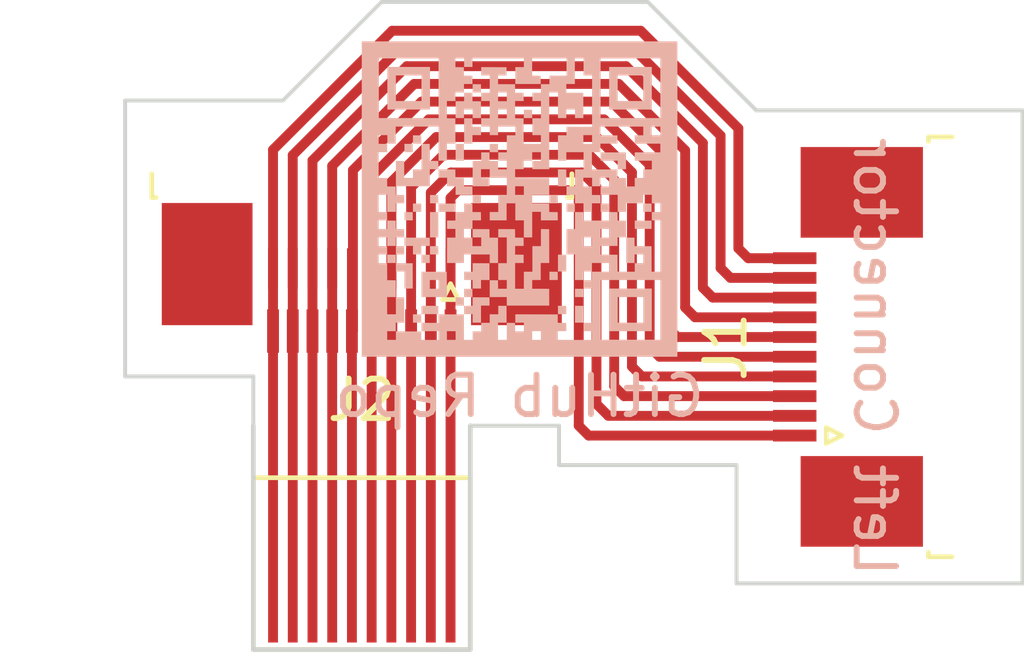
<source format=kicad_pcb>
(kicad_pcb (version 20211014) (generator pcbnew)
  (layers (0 "F.Cu" signal) (31 "B.Cu" signal) (34 "B.Paste" user) (35 "F.Paste" user) (36 "B.SilkS" user "B.Silkscreen") (37 "F.SilkS" user "F.Silkscreen") (38 "B.Mask" user) (39 "F.Mask" user) (44 "Edge.Cuts" user))
  (net 0 "")
  (net 1 "/C1P1")
  (net 2 "/C1P2")
  (net 3 "/C1P3")
  (net 4 "/C1P4")
  (net 5 "/C1P5")
  (net 6 "/C1P6")
  (net 7 "/C1P7")
  (net 8 "/C1P8")
  (net 9 "/C1P9")
  (net 10 "/C1P10")
  (footprint "Connector_FFC-FPC:TE_1-1734839-0_1x10-1MP_P0.5mm_Horizontal" (layer "F.Cu") (at 109 81 180)
    (fp_text reference "J2" (at 0 -3.1) (layer "F.SilkS"))
    (fp_text value "Conn_01x10")
    (fp_line (start -2.05 -0.55) (end -2.45 -0.55) (layer "F.SilkS") (width 0.12))
    (fp_line (start -5.325 2.04) (end -5.325 2.64) (layer "F.SilkS") (width 0.12))
    (fp_line (start 5.215 2.04) (end 5.325 2.04) (layer "F.SilkS") (width 0.12))
    (fp_line (start -2.25 -0.15) (end -2.05 -0.55) (layer "F.SilkS") (width 0.12))
    (fp_line (start 5.325 2.04) (end 5.325 2.64) (layer "F.SilkS") (width 0.12))
    (fp_line (start -2.45 -0.55) (end -2.25 -0.15) (layer "F.SilkS") (width 0.12))
    (fp_line (start -5.215 2.04) (end -5.325 2.04) (layer "F.SilkS") (width 0.12))
    (pad "1" smd rect (at -2.25 -1.35 180) (size 0.3 1.1) (layers "F.Cu" "F.Paste" "F.Mask") (net 1 "/C1P1"))
    (pad "2" smd rect (at -1.75 -1.35 180) (size 0.3 1.1) (layers "F.Cu" "F.Paste" "F.Mask") (net 2 "/C1P2"))
    (pad "3" smd rect (at -1.25 -1.35 180) (size 0.3 1.1) (layers "F.Cu" "F.Paste" "F.Mask") (net 3 "/C1P3"))
    (pad "4" smd rect (at -0.75 -1.35 180) (size 0.3 1.1) (layers "F.Cu" "F.Paste" "F.Mask") (net 4 "/C1P4"))
    (pad "5" smd rect (at -0.25 -1.35 180) (size 0.3 1.1) (layers "F.Cu" "F.Paste" "F.Mask") (net 5 "/C1P5"))
    (pad "6" smd rect (at 0.25 -1.35 180) (size 0.3 1.1) (layers "F.Cu" "F.Paste" "F.Mask") (net 6 "/C1P6"))
    (pad "7" smd rect (at 0.75 -1.35 180) (size 0.3 1.1) (layers "F.Cu" "F.Paste" "F.Mask") (net 7 "/C1P7"))
    (pad "8" smd rect (at 1.25 -1.35 180) (size 0.3 1.1) (layers "F.Cu" "F.Paste" "F.Mask") (net 8 "/C1P8"))
    (pad "9" smd rect (at 1.75 -1.35 180) (size 0.3 1.1) (layers "F.Cu" "F.Paste" "F.Mask") (net 9 "/C1P9"))
    (pad "10" smd rect (at 2.25 -1.35 180) (size 0.3 1.1) (layers "F.Cu" "F.Paste" "F.Mask") (net 10 "/C1P10"))
    (pad "MP" smd rect (at -3.92 0.35 180) (size 2.3 3.1) (layers "F.Cu" "F.Paste" "F.Mask"))
    (pad "MP" smd rect (at 3.92 0.35 180) (size 2.3 3.1) (layers "F.Cu" "F.Paste" "F.Mask"))
  )
  (footprint "Connector_FFC-FPC:TE_1-1734839-0_1x10-1MP_P0.5mm_Horizontal" (layer "F.Cu") (at 121.325 82.75 90)
    (fp_text reference "J1" (at 0 -3.1 90) (layer "F.SilkS"))
    (fp_text value "Conn_01x10")
    (fp_line (start 5.325 2.04) (end 5.325 2.64) (layer "F.SilkS") (width 0.12))
    (fp_line (start -2.25 -0.15) (end -2.05 -0.55) (layer "F.SilkS") (width 0.12))
    (fp_line (start -2.05 -0.55) (end -2.45 -0.55) (layer "F.SilkS") (width 0.12))
    (fp_line (start -5.325 2.04) (end -5.325 2.64) (layer "F.SilkS") (width 0.12))
    (fp_line (start -2.45 -0.55) (end -2.25 -0.15) (layer "F.SilkS") (width 0.12))
    (fp_line (start 5.215 2.04) (end 5.325 2.04) (layer "F.SilkS") (width 0.12))
    (fp_line (start -5.215 2.04) (end -5.325 2.04) (layer "F.SilkS") (width 0.12))
    (pad "1" smd rect (at -2.25 -1.35 90) (size 0.3 1.1) (layers "F.Cu" "F.Paste" "F.Mask") (net 1 "/C1P1"))
    (pad "2" smd rect (at -1.75 -1.35 90) (size 0.3 1.1) (layers "F.Cu" "F.Paste" "F.Mask") (net 2 "/C1P2"))
    (pad "3" smd rect (at -1.25 -1.35 90) (size 0.3 1.1) (layers "F.Cu" "F.Paste" "F.Mask") (net 3 "/C1P3"))
    (pad "4" smd rect (at -0.75 -1.35 90) (size 0.3 1.1) (layers "F.Cu" "F.Paste" "F.Mask") (net 4 "/C1P4"))
    (pad "5" smd rect (at -0.25 -1.35 90) (size 0.3 1.1) (layers "F.Cu" "F.Paste" "F.Mask") (net 5 "/C1P5"))
    (pad "6" smd rect (at 0.25 -1.35 90) (size 0.3 1.1) (layers "F.Cu" "F.Paste" "F.Mask") (net 6 "/C1P6"))
    (pad "7" smd rect (at 0.75 -1.35 90) (size 0.3 1.1) (layers "F.Cu" "F.Paste" "F.Mask") (net 7 "/C1P7"))
    (pad "8" smd rect (at 1.25 -1.35 90) (size 0.3 1.1) (layers "F.Cu" "F.Paste" "F.Mask") (net 8 "/C1P8"))
    (pad "9" smd rect (at 1.75 -1.35 90) (size 0.3 1.1) (layers "F.Cu" "F.Paste" "F.Mask") (net 9 "/C1P9"))
    (pad "10" smd rect (at 2.25 -1.35 90) (size 0.3 1.1) (layers "F.Cu" "F.Paste" "F.Mask") (net 10 "/C1P10"))
    (pad "MP" smd rect (at 3.92 0.35 90) (size 2.3 3.1) (layers "F.Cu" "F.Paste" "F.Mask"))
    (pad "MP" smd rect (at -3.92 0.35 90) (size 2.3 3.1) (layers "F.Cu" "F.Paste" "F.Mask"))
  )
  (footprint "consolizer:flex_long_10" (layer "F.Cu") (at 108.75 86.25 180)
    (fp_text reference "C1" hide)
    (fp_text value "trill-flex-conector_10")
    (fp_line (start -3 0.18) (end -3 -4.18) (layer "F.SilkS") (width 0.12))
    (fp_line (start -3 0.18) (end 2.498986 0.180915) (layer "F.SilkS") (width 0.12))
    (fp_line (start -3 -4.18) (end 2.498986 -4.179085) (layer "F.SilkS") (width 0.12))
    (fp_line (start 2.498986 0.180915) (end 2.498986 -4.179085) (layer "F.SilkS") (width 0.12))
    (fp_line (start 2.5 1.5) (end 2.5 -4.179085) (layer "Edge.Cuts") (width 0.12))
    (fp_line (start -3 -4.18) (end 2.5 -4.179085) (layer "Edge.Cuts") (width 0.12))
    (fp_line (start -3 1.5) (end -3 -4.18) (layer "Edge.Cuts") (width 0.12))
    (pad "1" smd custom (at -2.5 5 180) (size 0.25 2) (layers "F.Cu") (net 1 "/C1P1") (options (clearance outline) (anchor rect)) (primitives (gr_poly (pts (xy 0.125 -1) (xy -0.125 -1) (xy -0.125 -9) (xy 0.125 -9)) (width 0) (fill yes))))
    (pad "2" smd custom (at -2 5 180) (size 0.25 2) (layers "F.Cu") (net 2 "/C1P2") (options (clearance outline) (anchor rect)) (primitives (gr_poly (pts (xy 0.125 -1) (xy -0.125 -1) (xy -0.125 -9) (xy 0.125 -9)) (width 0) (fill yes))))
    (pad "3" smd custom (at -1.5 5 180) (size 0.25 2) (layers "F.Cu") (net 3 "/C1P3") (options (clearance outline) (anchor rect)) (primitives (gr_poly (pts (xy 0.125 -1) (xy -0.125 -1) (xy -0.125 -9) (xy 0.125 -9)) (width 0) (fill yes))))
    (pad "4" smd custom (at -1 5 180) (size 0.25 2) (layers "F.Cu") (net 4 "/C1P4") (options (clearance outline) (anchor rect)) (primitives (gr_poly (pts (xy 0.125 -1) (xy -0.125 -1) (xy -0.125 -9) (xy 0.125 -9)) (width 0) (fill yes))))
    (pad "5" smd custom (at -0.5 5 180) (size 0.25 2) (layers "F.Cu") (net 5 "/C1P5") (options (clearance outline) (anchor rect)) (primitives (gr_poly (pts (xy 0.125 -1) (xy -0.125 -1) (xy -0.125 -9) (xy 0.125 -9)) (width 0) (fill yes))))
    (pad "6" smd custom (at 0 5 180) (size 0.25 2) (layers "F.Cu") (net 6 "/C1P6") (options (clearance outline) (anchor rect)) (primitives (gr_poly (pts (xy 0.125 -1) (xy -0.125 -1) (xy -0.125 -9) (xy 0.125 -9)) (width 0) (fill yes))))
    (pad "7" smd custom (at 0.5 5 180) (size 0.25 2) (layers "F.Cu") (net 7 "/C1P7") (options (clearance outline) (anchor rect)) (primitives (gr_poly (pts (xy 0.125 -1) (xy -0.125 -1) (xy -0.125 -9) (xy 0.125 -9)) (width 0) (fill yes))))
    (pad "8" smd custom (at 1 5 180) (size 0.25 2) (layers "F.Cu") (net 8 "/C1P8") (options (clearance outline) (anchor rect)) (primitives (gr_poly (pts (xy 0.125 -1) (xy -0.125 -1) (xy -0.125 -9) (xy 0.125 -9)) (width 0) (fill yes))))
    (pad "9" smd custom (at 1.5 5 180) (size 0.25 2) (layers "F.Cu") (net 9 "/C1P9") (options (clearance outline) (anchor rect)) (primitives (gr_poly (pts (xy 0.125 -1) (xy -0.125 -1) (xy -0.125 -9) (xy 0.125 -9)) (width 0) (fill yes))))
    (pad "10" smd custom (at 2 5 180) (size 0.25 2) (layers "F.Cu") (net 10 "/C1P10") (options (clearance outline) (anchor rect)) (primitives (gr_poly (pts (xy 0.125 -1) (xy -0.125 -1) (xy -0.125 -9) (xy 0.125 -9)) (width 0) (fill yes))))
  )
  (footprint "consolizer:QR" (layer "B.Cu") (at 113 79 180)
    (fp_text reference "G***" hide)
    (fp_text value "LOGO" hide)
    (fp_text user "GitHub Repo" (at 0 -5 unlocked) (layer "B.SilkS") (effects (justify mirror)))
    (fp_poly (pts (xy 0.756864 1.189358) (xy 0.544956 1.189358) (xy 0.546166 1.294102) (xy 0.547375 1.398847) (xy 0.65212 1.400056) (xy 0.756864 1.401266)) (layer "B.SilkS") (width 0) (fill solid))
    (fp_poly (pts (xy -0.973111 -1.838099) (xy -1.1848 -1.838099) (xy -1.1826 -1.412363) (xy -1.077856 -1.411153) (xy -0.973111 -1.409944)) (layer "B.SilkS") (width 0) (fill solid))
    (fp_poly (pts (xy -1.405605 -2.486839) (xy -1.617513 -2.486839) (xy -1.616303 -2.382095) (xy -1.615094 -2.27735) (xy -1.510349 -2.276141) (xy -1.405605 -2.274932)) (layer "B.SilkS") (width 0) (fill solid))
    (fp_poly (pts (xy 3.351827 -1.621852) (xy 3.139919 -1.621852) (xy 3.141128 -1.517107) (xy 3.142338 -1.412363) (xy 3.247082 -1.411153) (xy 3.351827 -1.409944)) (layer "B.SilkS") (width 0) (fill solid))
    (fp_poly (pts (xy 2.054346 0.540617) (xy 1.838099 0.540617) (xy 1.838099 0.32437) (xy 1.621852 0.32437) (xy 1.621852 0.108123) (xy 1.193697 0.108123) (xy 1.194906 0.212868) (xy 1.196116 0.317613) (xy 1.303032 0.31882) (xy 1.409947 0.320028) (xy 1.411155 0.426944) (xy 1.412363 0.533859) (xy 1.519278 0.535067) (xy 1.626194 0.536275) (xy 1.627402 0.643191) (xy 1.62861 0.750106) (xy 2.054346 0.752306)) (layer "B.SilkS") (width 0) (fill solid))
    (fp_poly (pts (xy -2.270592 -3.351827) (xy -3.351827 -3.351827) (xy -3.351827 -3.13558) (xy -3.13558 -3.13558) (xy -2.486839 -3.13558) (xy -2.486839 -2.486839) (xy -3.13558 -2.486839) (xy -3.13558 -3.13558) (xy -3.351827 -3.13558) (xy -3.351827 -2.270592) (xy -2.270592 -2.270592)) (layer "B.SilkS") (width 0) (fill solid))
    (fp_poly (pts (xy -3.13558 -0.32437) (xy -3.347488 -0.32437) (xy -3.346278 -0.219626) (xy -3.345069 -0.114881) (xy -3.240325 -0.113672) (xy -3.13558 -0.112463)) (layer "B.SilkS") (width 0) (fill solid))
    (fp_poly (pts (xy -2.054345 0.973111) (xy -2.486839 0.973111) (xy -2.486839 0.756864) (xy -2.698528 0.756864) (xy -2.696328 1.1826) (xy -2.375337 1.183663) (xy -2.054345 1.184726)) (layer "B.SilkS") (width 0) (fill solid))
    (fp_poly (pts (xy 1.405605 2.482334) (xy 1.621852 2.482334) (xy 1.621852 2.054345) (xy 1.41011 2.054345) (xy 1.41011 2.270592) (xy 1.189358 2.270592) (xy 1.189358 2.054345) (xy 0.977669 2.054345) (xy 0.978769 2.267213) (xy 0.979869 2.480082) (xy 1.086785 2.481289) (xy 1.1937 2.482497) (xy 1.194908 2.589413) (xy 1.196116 2.696328) (xy 1.30086 2.697538) (xy 1.405605 2.698747)) (layer "B.SilkS") (width 0) (fill solid))
    (fp_poly (pts (xy 1.405605 -0.328876) (xy 1.621852 -0.328876) (xy 1.621852 -0.545122) (xy 1.838099 -0.545122) (xy 1.838099 -0.756864) (xy 1.621852 -0.756864) (xy 1.621852 -0.977616) (xy 1.838099 -0.977616) (xy 1.838099 -1.621852) (xy 1.41011 -1.621852) (xy 1.41011 -1.405605) (xy 0.756864 -1.405605) (xy 0.756864 -1.621852) (xy 0.545249 -1.621852) (xy 0.546312 -1.30086) (xy 0.547375 -0.979869) (xy 0.654291 -0.978661) (xy 0.761207 -0.977454) (xy 0.762414 -0.870538) (xy 0.763622 -0.763622) (xy 1.189358 -0.761422) (xy 1.189358 -0.973111) (xy 0.973111 -0.973111) (xy 0.973111 -1.193863) (xy 1.1937 -1.193863) (xy 1.196116 -0.979869) (xy 1.41011 -0.977453) (xy 1.41011 -0.756864) (xy 1.193863 -0.756864) (xy 1.193863 -0.540617) (xy 0.97745 -0.540617) (xy 0.97866 -0.435873) (xy 0.979869 -0.331128) (xy 1.086785 -0.329921) (xy 1.1937 -0.328713) (xy 1.196116 -0.114881) (xy 1.30086 -0.113672) (xy 1.405605 -0.112463)) (layer "B.SilkS") (width 0) (fill solid))
    (fp_poly (pts (xy -2.919333 -0.756864) (xy -3.347488 -0.756864) (xy -3.346278 -0.65212) (xy -3.345069 -0.547375) (xy -2.919333 -0.545175)) (layer "B.SilkS") (width 0) (fill solid))
    (fp_poly (pts (xy 2.486839 -1.621852) (xy 2.274932 -1.621852) (xy 2.276141 -1.517107) (xy 2.27735 -1.412363) (xy 2.382095 -1.411153) (xy 2.486839 -1.409944)) (layer "B.SilkS") (width 0) (fill solid))
    (fp_poly (pts (xy 1.405605 1.405605) (xy 1.193863 1.405605) (xy 1.193863 1.621852) (xy 0.97745 1.621852) (xy 0.97866 1.726596) (xy 0.979869 1.831341) (xy 1.086785 1.832548) (xy 1.1937 1.833756) (xy 1.196116 2.047588) (xy 1.30086 2.048797) (xy 1.405605 2.050006)) (layer "B.SilkS") (width 0) (fill solid))
    (fp_poly (pts (xy 2.270592 -0.108124) (xy 2.058685 -0.108124) (xy 2.061103 0.101366) (xy 2.165848 0.102575) (xy 2.270592 0.103784)) (layer "B.SilkS") (width 0) (fill solid))
    (fp_poly (pts (xy 1.621852 -2.703086) (xy 1.409944 -2.703086) (xy 1.411153 -2.598342) (xy 1.412363 -2.493597) (xy 1.517107 -2.492388) (xy 1.621852 -2.491178)) (layer "B.SilkS") (width 0) (fill solid))
    (fp_poly (pts (xy -2.054345 -0.32437) (xy -2.266253 -0.32437) (xy -2.265044 -0.219626) (xy -2.263835 -0.114881) (xy -2.054345 -0.112463)) (layer "B.SilkS") (width 0) (fill solid))
    (fp_poly (pts (xy 4.000568 -4.000568) (xy -4.000567 -4.000568) (xy -4.000567 -3.568074) (xy -3.568074 -3.568074) (xy -2.054345 -3.568074) (xy -2.054345 -2.054346) (xy -3.568074 -2.054346) (xy -3.568074 -3.568074) (xy -4.000567 -3.568074) (xy -4.000567 -1.842604) (xy -3.568074 -1.842604) (xy -3.347322 -1.842604) (xy -3.347189 -1.735607) (xy -3.347138 -1.708113) (xy -3.347048 -1.673159) (xy -3.346923 -1.632295) (xy -3.34677 -1.587069) (xy -3.346593 -1.539033) (xy -3.346398 -1.489735) (xy -3.34619 -1.440725) (xy -3.346062 -1.412363) (xy -3.345069 -1.196116) (xy -3.236946 -1.195175) (xy -3.19763 -1.19487) (xy -3.153015 -1.194587) (xy -3.106653 -1.194343) (xy -3.062096 -1.194158) (xy -3.022896 -1.19405) (xy -3.021907 -1.194048) (xy -2.914991 -1.193863) (xy -2.912575 -0.979869) (xy -2.807831 -0.97866) (xy -2.703086 -0.97745) (xy -2.703086 -1.621852) (xy -2.914828 -1.621852) (xy -2.914828 -1.405605) (xy -3.13558 -1.405605) (xy -3.13558 -1.626357) (xy -2.919333 -1.626357) (xy -2.919333 -1.842604) (xy -2.810083 -1.842826) (xy -2.758262 -1.842896) (xy -2.708687 -1.842894) (xy -2.662112 -1.842825) (xy -2.619295 -1.842693) (xy -2.580989 -1.842503) (xy -2.547951 -1.842259) (xy -2.520936 -1.841966) (xy -2.5007 -1.841629) (xy -2.487996 -1.841252) (xy -2.483593 -1.840859) (xy -2.483307 -1.83623) (xy -2.482996 -1.823475) (xy -2.482672 -1.803476) (xy -2.482343 -1.777115) (xy -2.482019 -1.745278) (xy -2.481711 -1.708845) (xy -2.481428 -1.668701) (xy -2.481182 -1.625956) (xy -2.480082 -1.412363) (xy -2.371958 -1.411422) (xy -2.332634 -1.411117) (xy -2.288002 -1.410834) (xy -2.241618 -1.41059) (xy -2.197035 -1.410405) (xy -2.157809 -1.410297) (xy -2.156837 -1.410295) (xy -2.04984 -1.41011) (xy -2.04984 -1.193863) (xy -1.838099 -1.193863) (xy -1.617346 -1.193863) (xy -1.617346 -0.973111) (xy -1.838099 -0.973111) (xy -1.838099 -1.193863) (xy -2.04984 -1.193863) (xy -2.04984 -1.189358) (xy -2.482334 -1.189358) (xy -2.482334 -0.977616) (xy -2.270592 -0.977616) (xy -2.04984 -0.977616) (xy -2.04984 -0.756864) (xy -2.270592 -0.756864) (xy -2.270592 -0.977616) (xy -2.482334 -0.977616) (xy -2.482334 -0.973111) (xy -2.698528 -0.973111) (xy -2.696328 -0.547375) (xy -2.589413 -0.546167) (xy -2.482497 -0.54496) (xy -2.481289 -0.438044) (xy -2.480082 -0.331128) (xy -2.270592 -0.32871) (xy -2.270592 -0.545122) (xy -2.162469 -0.545245) (xy -2.069084 -0.545325) (xy -1.971269 -0.545361) (xy -1.872762 -0.545352) (xy -1.777298 -0.545298) (xy -1.723299 -0.545245) (xy -1.61751 -0.545122) (xy -1.615094 -0.331128) (xy -1.510349 -0.329919) (xy -1.405605 -0.32871) (xy -1.405605 -0.761369) (xy -1.189358 -0.761369) (xy -1.189358 -1.405605) (xy -1.405605 -1.405605) (xy -1.405605 -2.054346) (xy -1.617346 -2.054346) (xy -1.617346 -1.838099) (xy -1.833593 -1.838099) (xy -1.833593 -1.621852) (xy -2.270592 -1.621852) (xy -2.270592 -1.842604) (xy -2.161343 -1.842826) (xy -2.121948 -1.842874) (xy -2.077337 -1.842874) (xy -2.031012 -1.84283) (xy -1.986478 -1.842745) (xy -1.947237 -1.842623) (xy -1.945096 -1.842615) (xy -1.838099 -1.842181) (xy -1.838099 -2.058851) (xy -1.621852 -2.058851) (xy -1.621852 -2.270592) (xy -1.838099 -2.270592) (xy -1.838099 -3.140085) (xy -1.621852 -3.140085) (xy -1.621852 -3.351827) (xy -1.838099 -3.351827) (xy -1.838099 -3.572419) (xy -1.728849 -3.573625) (xy -1.701107 -3.573855) (xy -1.665888 -3.574024) (xy -1.624728 -3.574132) (xy -1.57916 -3.574177) (xy -1.530717 -3.57416) (xy -1.480935 -3.57408) (xy -1.431346 -3.573935) (xy -1.398847 -3.5738) (xy -1.350477 -3.573583) (xy -1.301068 -3.573377) (xy -1.252121 -3.573187) (xy -1.205138 -3.57302) (xy -1.161621 -3.572879) (xy -1.12307 -3.57277) (xy -1.090988 -3.572699) (xy -1.07335 -3.572674) (xy -0.968606 -3.572579) (xy -0.540617 -3.572579) (xy -0.319865 -3.572579) (xy -0.319865 -3.351827) (xy -0.540617 -3.351827) (xy -0.540617 -3.572579) (xy -0.968606 -3.572579) (xy -0.968606 -3.351827) (xy -1.185019 -3.351827) (xy -1.183809 -3.247082) (xy -1.1826 -3.142338) (xy -1.075684 -3.14113) (xy -0.968769 -3.139923) (xy -0.966353 -2.926091) (xy -0.429115 -2.925057) (xy 0.108124 -2.924023) (xy 0.108124 -3.13558) (xy -0.108123 -3.13558) (xy -0.108123 -3.356332) (xy 0.112466 -3.356332) (xy 0.113673 -3.249335) (xy 0.114881 -3.142338) (xy 0.219626 -3.141128) (xy 0.32437 -3.139919) (xy 0.32437 -3.572579) (xy 0.54481 -3.572579) (xy 0.546093 -3.463329) (xy 0.546429 -3.423699) (xy 0.546599 -3.378631) (xy 0.546604 -3.331695) (xy 0.546442 -3.286461) (xy 0.546115 -3.246499) (xy 0.546095 -3.24483) (xy 0.544816 -3.13558) (xy 0.328928 -3.13558) (xy 0.331128 -2.709844) (xy 0.435873 -2.708635) (xy 0.540617 -2.707425) (xy 0.540617 -2.923838) (xy 0.756864 -2.923838) (xy 0.756864 -3.140085) (xy 0.973111 -3.140085) (xy 0.973111 -3.356332) (xy 1.189358 -3.356332) (xy 1.189358 -3.572579) (xy 1.41011 -3.572579) (xy 1.621852 -3.572579) (xy 1.842604 -3.572579) (xy 1.842604 -3.351827) (xy 1.621852 -3.351827) (xy 1.621852 -3.572579) (xy 1.41011 -3.572579) (xy 1.410243 -3.465582) (xy 1.410294 -3.438088) (xy 1.410384 -3.403135) (xy 1.410508 -3.36227) (xy 1.410662 -3.317045) (xy 1.410839 -3.269008) (xy 1.411034 -3.21971) (xy 1.411242 -3.1707) (xy 1.411369 -3.142338) (xy 1.412363 -2.926091) (xy 1.733354 -2.925028) (xy 2.054346 -2.923965) (xy 2.054346 -3.140085) (xy 2.163595 -3.140307) (xy 2.20299 -3.140355) (xy 2.247601 -3.140355) (xy 2.293926 -3.140311) (xy 2.33846 -3.140227) (xy 2.377701 -3.140105) (xy 2.379842 -3.140096) (xy 2.486839 -3.139663) (xy 2.486839 -3.351827) (xy 2.054346 -3.351827) (xy 2.054346 -3.572272) (xy 2.163595 -3.573552) (xy 2.203216 -3.573887) (xy 2.248268 -3.574057) (xy 2.295182 -3.57406) (xy 2.340391 -3.573898) (xy 2.380326 -3.573569) (xy 2.382014 -3.57355) (xy 2.491182 -3.572268) (xy 2.49239 -3.465426) (xy 2.493597 -3.358585) (xy 2.814589 -3.357522) (xy 3.13558 -3.356458) (xy 3.13558 -3.572579) (xy 3.356332 -3.572579) (xy 3.356332 -3.351827) (xy 3.140085 -3.351827) (xy 3.140085 -3.13558) (xy 2.923965 -3.13558) (xy 2.925028 -2.814589) (xy 2.926091 -2.493597) (xy 3.030835 -2.492388) (xy 3.13558 -2.491178) (xy 3.13558 -2.923838) (xy 3.35602 -2.923838) (xy 3.357302 -2.814589) (xy 3.357639 -2.774959) (xy 3.357809 -2.729891) (xy 3.357814 -2.682954) (xy 3.357652 -2.63772) (xy 3.357324 -2.597759) (xy 3.357305 -2.596089) (xy 3.356025 -2.486839) (xy 3.140138 -2.486839) (xy 3.142338 -2.061103) (xy 3.249335 -2.059895) (xy 3.356332 -2.058688) (xy 3.356517 -1.951772) (xy 3.356623 -1.912774) (xy 3.356806 -1.868319) (xy 3.357048 -1.821959) (xy 3.357331 -1.777246) (xy 3.357635 -1.737734) (xy 3.357644 -1.736733) (xy 3.358585 -1.62861) (xy 3.572579 -1.626194) (xy 3.572579 -1.405605) (xy 3.356166 -1.405605) (xy 3.357375 -1.30086) (xy 3.358585 -1.196116) (xy 3.572579 -1.1937) (xy 3.572579 -0.973111) (xy 3.351827 -0.973111) (xy 3.351827 -1.189358) (xy 3.140085 -1.189358) (xy 3.140085 -0.973111) (xy 2.923672 -0.973111) (xy 2.924882 -0.868367) (xy 2.926091 -0.763622) (xy 3.033007 -0.762414) (xy 3.139923 -0.761207) (xy 3.14113 -0.654291) (xy 3.142338 -0.547375) (xy 3.247082 -0.546166) (xy 3.351827 -0.544956) (xy 3.351827 -0.761369) (xy 3.572579 -0.761369) (xy 3.572579 -0.540617) (xy 3.356166 -0.540617) (xy 3.357375 -0.435873) (xy 3.358585 -0.331128) (xy 3.465426 -0.329921) (xy 3.572268 -0.328713) (xy 3.57355 -0.219545) (xy 3.573886 -0.179945) (xy 3.574056 -0.134904) (xy 3.574061 -0.08799) (xy 3.573899 -0.042771) (xy 3.573571 -0.002815) (xy 3.573552 -0.001126) (xy 3.572272 0.108123) (xy 3.351827 0.108123) (xy 3.351827 -0.32437) (xy 3.140085 -0.32437) (xy 3.140085 -0.108124) (xy 2.923672 -0.108124) (xy 2.924882 -0.003379) (xy 2.926091 0.101366) (xy 3.033007 0.102573) (xy 3.139923 0.103781) (xy 3.14113 0.210697) (xy 3.142338 0.317613) (xy 3.249254 0.31882) (xy 3.356169 0.320028) (xy 3.357377 0.426944) (xy 3.358585 0.533859) (xy 3.572579 0.536275) (xy 3.572702 0.642064) (xy 3.572739 0.679793) (xy 3.572772 0.723208) (xy 3.572799 0.768987) (xy 3.572817 0.813805) (xy 3.572825 0.854338) (xy 3.572825 0.860482) (xy 3.572819 0.900209) (xy 3.572802 0.944997) (xy 3.572777 0.991458) (xy 3.572745 1.036204) (xy 3.572708 1.075845) (xy 3.572702 1.081234) (xy 3.572579 1.189358) (xy 3.356166 1.189358) (xy 3.357375 1.294102) (xy 3.358585 1.398847) (xy 3.572579 1.401263) (xy 3.572579 1.621852) (xy 3.351827 1.621852) (xy 3.351827 1.405605) (xy 3.139663 1.405605) (xy 3.140096 1.512602) (xy 3.14022 1.551407) (xy 3.140307 1.59572) (xy 3.140354 1.642035) (xy 3.140356 1.686851) (xy 3.140312 1.726664) (xy 3.140307 1.728849) (xy 3.140085 1.838099) (xy 2.054346 1.838099) (xy 2.054346 0.973111) (xy 1.842181 0.973111) (xy 1.842615 1.080108) (xy 1.842739 1.118914) (xy 1.842826 1.163226) (xy 1.842872 1.209542) (xy 1.842875 1.254357) (xy 1.84283 1.29417) (xy 1.842826 1.296355) (xy 1.842604 1.405605) (xy 1.626483 1.405605) (xy 1.627546 1.726596) (xy 1.62861 2.047588) (xy 1.735451 2.048795) (xy 1.842293 2.050003) (xy 1.842344 2.054345) (xy 2.054346 2.054345) (xy 3.568074 2.054345) (xy 3.568074 3.568074) (xy 2.054346 3.568074) (xy 2.054346 2.054345) (xy 1.842344 2.054345) (xy 1.843574 2.159171) (xy 1.843911 2.198771) (xy 1.844081 2.243812) (xy 1.844085 2.290726) (xy 1.843924 2.335945) (xy 1.843596 2.375901) (xy 1.843577 2.377589) (xy 1.842297 2.486839) (xy 1.626357 2.486839) (xy 1.626357 2.703086) (xy 1.41011 2.703086) (xy 1.41011 2.919333) (xy 1.193697 2.919333) (xy 1.194906 3.024078) (xy 1.196116 3.128822) (xy 1.303032 3.13003) (xy 1.409947 3.131237) (xy 1.412363 3.345069) (xy 1.626357 3.347485) (xy 1.626357 3.568074) (xy 1.405605 3.568074) (xy 1.405605 3.351827) (xy 1.193863 3.351827) (xy 1.193863 3.568074) (xy -0.108123 3.568074) (xy -0.108123 3.347322) (xy 0.108124 3.347322) (xy 0.108124 2.919333) (xy -0.536278 2.919333) (xy -0.535069 3.024078) (xy -0.533859 3.128822) (xy -0.427018 3.13003) (xy -0.320176 3.131237) (xy -0.318894 3.240406) (xy -0.318558 3.280006) (xy -0.318388 3.325046) (xy -0.318384 3.37196) (xy -0.318545 3.417179) (xy -0.318873 3.457135) (xy -0.318892 3.458824) (xy -0.320172 3.568074) (xy -1.189358 3.568074) (xy -1.189358 3.131075) (xy -1.080108 3.130853) (xy -1.040713 3.130805) (xy -0.996102 3.130805) (xy -0.949778 3.130849) (xy -0.905243 3.130933) (xy -0.866002 3.131055) (xy -0.863861 3.131064) (xy -0.756864 3.131497) (xy -0.756864 2.914828) (xy -0.540617 2.914828) (xy -0.540617 2.698581) (xy -0.32437 2.698581) (xy -0.32437 2.486839) (xy -0.540617 2.486839) (xy -0.540617 2.04984) (xy -0.32437 2.04984) (xy -0.32437 1.621852) (xy -0.540617 1.621852) (xy -0.540617 1.4011) (xy -0.431367 1.400877) (xy -0.378905 1.400807) (xy -0.328874 1.40081) (xy -0.282014 1.400881) (xy -0.239063 1.401017) (xy -0.200761 1.401212) (xy -0.167846 1.401462) (xy -0.141058 1.401763) (xy -0.121134 1.40211) (xy -0.108815 1.402499) (xy -0.10484 1.402882) (xy -0.104603 1.407494) (xy -0.104351 1.420398) (xy -0.104088 1.440877) (xy -0.103819 1.468214) (xy -0.103551 1.501689) (xy -0.103288 1.540586) (xy -0.103035 1.584186) (xy -0.102799 1.631772) (xy -0.102584 1.682626) (xy -0.102429 1.725908) (xy -0.101366 2.047588) (xy 0.005476 2.048795) (xy 0.097901 2.04984) (xy 0.32437 2.04984) (xy 0.545122 2.04984) (xy 0.545122 2.270592) (xy 0.32437 2.270592) (xy 0.32437 2.04984) (xy 0.097901 2.04984) (xy 0.112317 2.050003) (xy 0.113599 2.159171) (xy 0.113935 2.198771) (xy 0.114106 2.243812) (xy 0.11411 2.290726) (xy 0.113949 2.335945) (xy 0.113621 2.375901) (xy 0.113602 2.377589) (xy 0.112375 2.482334) (xy 0.32437 2.482334) (xy 0.545122 2.482334) (xy 0.545122 2.703086) (xy 0.32437 2.703086) (xy 0.32437 2.482334) (xy 0.112375 2.482334) (xy 0.112322 2.486839) (xy -0.103784 2.486839) (xy -0.102575 2.591584) (xy -0.101366 2.696328) (xy 0.112466 2.698744) (xy 0.113674 2.805659) (xy 0.114881 2.912575) (xy 0.223005 2.913516) (xy 0.262329 2.913821) (xy 0.30696 2.914104) (xy 0.353345 2.914348) (xy 0.397928 2.914533) (xy 0.437154 2.914641) (xy 0.438125 2.914643) (xy 0.545122 2.914828) (xy 0.545122 3.13558) (xy 0.32871 3.13558) (xy 0.329919 3.240325) (xy 0.331128 3.345069) (xy 0.65212 3.346132) (xy 0.973111 3.347195) (xy 0.973111 3.13558) (xy 0.756864 3.13558) (xy 0.756864 2.698581) (xy 0.973111 2.698581) (xy 0.973111 2.486839) (xy 0.756864 2.486839) (xy 0.756864 2.04984) (xy 0.973111 2.04984) (xy 0.973111 1.838099) (xy 0.756864 1.838099) (xy 0.756864 1.621852) (xy 0.545122 1.621852) (xy 0.545122 1.838099) (xy 0.108124 1.838099) (xy 0.108124 1.617346) (xy 0.32437 1.617346) (xy 0.32437 1.184853) (xy 0.540617 1.184853) (xy 0.540617 0.973111) (xy 0.32437 0.973111) (xy 0.32437 0.752359) (xy 0.544959 0.752359) (xy 0.547375 0.966353) (xy 0.761207 0.968769) (xy 0.762414 1.075684) (xy 0.763622 1.1826) (xy 0.868367 1.183809) (xy 0.973111 1.185019) (xy 0.973111 0.968606) (xy 1.189358 0.968606) (xy 1.189358 0.32437) (xy 0.761203 0.32437) (xy 0.762413 0.429115) (xy 0.763622 0.533859) (xy 0.977616 0.536275) (xy 0.977616 0.756864) (xy 0.756864 0.756864) (xy 0.756864 0.540617) (xy 0.32437 0.540617) (xy 0.32437 0.103618) (xy 0.540617 0.103618) (xy 0.540617 -0.328876) (xy 0.756864 -0.328876) (xy 0.756864 -0.540617) (xy 0.328453 -0.540617) (xy 0.328887 -0.43362) (xy 0.32901 -0.394815) (xy 0.329097 -0.350502) (xy 0.329144 -0.304187) (xy 0.329147 -0.259371) (xy 0.329102 -0.219558) (xy 0.329098 -0.217373) (xy 0.328876 -0.108124) (xy 0.108124 -0.108124) (xy 0.108124 -0.540617) (xy -0.108123 -0.540617) (xy -0.108123 -0.973111) (xy -0.319961 -0.973111) (xy -0.31976 -0.75799) (xy -0.31972 -0.709866) (xy -0.319691 -0.660415) (xy -0.319671 -0.611213) (xy -0.319661 -0.563835) (xy -0.319662 -0.519857) (xy -0.319673 -0.480854) (xy -0.319695 -0.4484) (xy -0.319712 -0.43362) (xy -0.319865 -0.32437) (xy -0.540617 -0.32437) (xy -0.540617 -0.540617) (xy -0.968772 -0.540617) (xy -0.967563 -0.435873) (xy -0.966353 -0.331128) (xy -0.859437 -0.329921) (xy -0.752522 -0.328713) (xy -0.750106 -0.114881) (xy -0.641983 -0.11394) (xy -0.602659 -0.113636) (xy -0.558027 -0.113352) (xy -0.511642 -0.113109) (xy -0.46706 -0.112924) (xy -0.427834 -0.112816) (xy -0.426862 -0.112814) (xy -0.319865 -0.112629) (xy -0.319865 0.103618) (xy -0.108123 0.103618) (xy 0.112629 0.103618) (xy 0.112629 0.32437) (xy -0.108123 0.32437) (xy -0.108123 0.103618) (xy -0.319865 0.103618) (xy -0.319865 0.108123) (xy -0.752306 0.108123) (xy -0.750106 0.533859) (xy -0.425736 0.534873) (xy -0.368997 0.535047) (xy -0.312271 0.535215) (xy -0.256617 0.535374) (xy -0.203096 0.535522) (xy -0.152767 0.535654) (xy -0.106689 0.53577) (xy -0.065923 0.535866) (xy -0.031528 0.535939) (xy -0.004563 0.535986) (xy 0.005632 0.535999) (xy 0.112629 0.536112) (xy 0.112629 0.756864) (xy -0.103618 0.756864) (xy -0.103618 0.973111) (xy -0.319865 0.973111) (xy -0.319865 1.189358) (xy -0.540617 1.189358) (xy -0.540617 0.968606) (xy -0.32437 0.968606) (xy -0.32437 0.756864) (xy -0.752182 0.756864) (xy -0.75218 1.620725) (xy -0.75218 1.71006) (xy -0.752182 1.797994) (xy -0.752184 1.884017) (xy -0.752187 1.967615) (xy -0.75219 2.048278) (xy -0.752195 2.125492) (xy -0.7522 2.198746) (xy -0.752206 2.267528) (xy -0.752212 2.331325) (xy -0.752219 2.389625) (xy -0.752227 2.441917) (xy -0.752234 2.487688) (xy -0.752243 2.526427) (xy -0.752252 2.55762) (xy -0.752261 2.580756) (xy -0.752269 2.593836) (xy -0.752359 2.703086) (xy -0.973111 2.703086) (xy -0.973111 2.054345) (xy -1.184853 2.054345) (xy -1.184853 2.270592) (xy -1.405605 2.270592) (xy -1.405605 2.054345) (xy -1.61722 2.054345) (xy -1.616157 2.375337) (xy -1.615094 2.696328) (xy -1.50697 2.69727) (xy -1.467647 2.697574) (xy -1.423015 2.697857) (xy -1.37663 2.698101) (xy -1.332047 2.698286) (xy -1.292821 2.698394) (xy -1.29185 2.698396) (xy -1.184853 2.698581) (xy -1.184853 2.919333) (xy -1.401195 2.919333) (xy -1.400994 3.134454) (xy -1.400955 3.182579) (xy -1.400925 3.23203) (xy -1.400905 3.281231) (xy -1.400896 3.328609) (xy -1.400896 3.372587) (xy -1.400907 3.41159) (xy -1.400929 3.444044) (xy -1.400946 3.458824) (xy -1.4011 3.568074) (xy -1.621852 3.568074) (xy -1.621852 3.13558) (xy -1.838099 3.13558) (xy -1.838099 1.833593) (xy -1.728849 1.83344) (xy -1.700769 1.833412) (xy -1.665254 1.833395) (xy -1.623879 1.833389) (xy -1.578219 1.833392) (xy -1.529849 1.833407) (xy -1.480345 1.833431) (xy -1.43128 1.833465) (xy -1.404478 1.833488) (xy -1.189358 1.833689) (xy -1.189358 1.617346) (xy -0.973111 1.617346) (xy -0.973111 0.973111) (xy -1.184853 0.973111) (xy -1.184853 1.189358) (xy -1.621852 1.189358) (xy -1.621852 0.752359) (xy -1.405605 0.752359) (xy -1.405605 0.319865) (xy -1.189358 0.319865) (xy -1.189358 0.108123) (xy -1.405605 0.108123) (xy -1.405605 -0.108124) (xy -1.621852 -0.108124) (xy -1.621852 -0.32437) (xy -1.833593 -0.32437) (xy -1.833593 -0.108124) (xy -2.050006 -0.108124) (xy -2.047588 0.101366) (xy -1.940672 0.102573) (xy -1.833756 0.103781) (xy -1.832548 0.210697) (xy -1.831341 0.317613) (xy -1.724344 0.31882) (xy -1.617346 0.320028) (xy -1.617346 0.540617) (xy -1.838099 0.540617) (xy -1.838099 0.32437) (xy -2.04984 0.32437) (xy -2.04984 0.540617) (xy -2.270592 0.540617) (xy -2.270592 0.319865) (xy -2.054345 0.319865) (xy -2.054345 0.108123) (xy -2.486839 0.108123) (xy -2.486839 -0.32437) (xy -2.698581 -0.32437) (xy -2.698581 -0.108124) (xy -3.131075 -0.108124) (xy -3.131075 0.108123) (xy -3.351827 0.108123) (xy -3.351827 -0.108124) (xy -3.568074 -0.108124) (xy -3.568074 -0.328876) (xy -3.351827 -0.328876) (xy -3.351827 -0.540617) (xy -3.568074 -0.540617) (xy -3.568074 -1.842604) (xy -4.000567 -1.842604) (xy -4.000567 1.184853) (xy -3.568074 1.184853) (xy -3.458824 1.184699) (xy -3.430744 1.184671) (xy -3.395229 1.184654) (xy -3.353854 1.184648) (xy -3.308194 1.184652) (xy -3.259825 1.184666) (xy -3.21032 1.18469) (xy -3.161256 1.184724) (xy -3.134454 1.184747) (xy -2.919333 1.184948) (xy -2.919333 0.973111) (xy -3.351827 0.973111) (xy -3.351827 0.752359) (xy -3.13558 0.752359) (xy -3.13558 0.536112) (xy -2.919333 0.536112) (xy -2.919333 0.319865) (xy -2.698744 0.319865) (xy -2.696328 0.533859) (xy -2.589413 0.535067) (xy -2.482497 0.536275) (xy -2.481289 0.643191) (xy -2.480082 0.750106) (xy -2.158402 0.75117) (xy -2.105419 0.751363) (xy -2.05512 0.751582) (xy -2.008223 0.751822) (xy -1.965446 0.752077) (xy -1.927506 0.752341) (xy -1.895121 0.75261) (xy -1.869009 0.752878) (xy -1.849889 0.75314) (xy -1.838476 0.75339) (xy -1.835375 0.75358) (xy -1.834953 0.758402) (xy -1.834568 0.771494) (xy -1.834226 0.792119) (xy -1.833929 0.819537) (xy -1.833684 0.85301) (xy -1.833494 0.891798) (xy -1.833365 0.935162) (xy -1.8333 0.982364) (xy -1.833304 1.032664) (xy -1.833371 1.080108) (xy -1.833593 1.189358) (xy -2.04984 1.189358) (xy -2.04984 1.4011) (xy -1.838099 1.4011) (xy -1.617346 1.4011) (xy -1.617346 1.621852) (xy -1.838099 1.621852) (xy -1.838099 1.4011) (xy -2.04984 1.4011) (xy -2.04984 1.405605) (xy -2.4825 1.405605) (xy -2.481291 1.510349) (xy -2.480082 1.615094) (xy -2.371958 1.616035) (xy -2.332634 1.61634) (xy -2.288002 1.616623) (xy -2.241618 1.616866) (xy -2.197035 1.617051) (xy -2.157809 1.61716) (xy -2.156837 1.617161) (xy -2.04984 1.617346) (xy -2.04984 1.838099) (xy -3.13558 1.838099) (xy -3.13558 1.617346) (xy -2.919333 1.617346) (xy -2.919333 1.405605) (xy -3.568074 1.405605) (xy -3.568074 1.184853) (xy -4.000567 1.184853) (xy -4.000567 1.617346) (xy -3.568074 1.617346) (xy -3.347322 1.617346) (xy -3.347322 1.838099) (xy -3.568074 1.838099) (xy -3.568074 1.617346) (xy -4.000567 1.617346) (xy -4.000567 2.054345) (xy -3.568074 2.054345) (xy -2.054345 2.054345) (xy -2.054345 3.568074) (xy -3.568074 3.568074) (xy -3.568074 2.054345) (xy -4.000567 2.054345) (xy -4.000567 4.000567) (xy 4.000568 4.000567)) (layer "B.SilkS") (width 0) (fill solid))
    (fp_poly (pts (xy -0.108123 2.054345) (xy -0.320031 2.054345) (xy -0.317613 2.263835) (xy -0.108123 2.266253)) (layer "B.SilkS") (width 0) (fill solid))
    (fp_poly (pts (xy -0.540617 -1.193863) (xy -0.32437 -1.193863) (xy -0.32437 -1.842604) (xy -0.108123 -1.842604) (xy -0.108123 -2.275098) (xy 0.112629 -2.275098) (xy 0.112752 -2.169227) (xy 0.112789 -2.131469) (xy 0.112822 -2.088027) (xy 0.112848 -2.042226) (xy 0.112866 -1.997393) (xy 0.112874 -1.956852) (xy 0.112874 -1.950727) (xy 0.112868 -1.911001) (xy 0.112852 -1.866212) (xy 0.112827 -1.819751) (xy 0.112795 -1.775006) (xy 0.112758 -1.735364) (xy 0.112752 -1.729975) (xy 0.112629 -1.621852) (xy -0.103784 -1.621852) (xy -0.102575 -1.517107) (xy -0.101366 -1.412363) (xy 0.005632 -1.411155) (xy 0.112629 -1.409947) (xy 0.112629 -1.189358) (xy -0.103784 -1.189358) (xy -0.102575 -1.084613) (xy -0.101366 -0.979869) (xy 0.00555 -0.978661) (xy 0.112466 -0.977454) (xy 0.113674 -0.870538) (xy 0.114881 -0.763622) (xy 0.540617 -0.761422) (xy 0.540617 -0.973111) (xy 0.32437 -0.973111) (xy 0.32437 -1.626357) (xy 0.540617 -1.626357) (xy 0.540617 -2.054346) (xy 0.32437 -2.054346) (xy 0.32437 -2.275098) (xy 0.544959 -2.275098) (xy 0.546167 -2.1681) (xy 0.547375 -2.061103) (xy 0.65212 -2.059894) (xy 0.756864 -2.058685) (xy 0.756864 -2.486839) (xy 0.32437 -2.486839) (xy 0.32437 -2.703086) (xy -0.752306 -2.703086) (xy -0.750106 -2.27735) (xy -0.641983 -2.276409) (xy -0.602659 -2.276105) (xy -0.558027 -2.275821) (xy -0.511642 -2.275578) (xy -0.46706 -2.275393) (xy -0.427834 -2.275285) (xy -0.426862 -2.275283) (xy -0.319865 -2.275098) (xy -0.319865 -2.054346) (xy -0.536535 -2.054346) (xy -0.536101 -1.947348) (xy -0.535977 -1.908543) (xy -0.53589 -1.864231) (xy -0.535844 -1.817915) (xy -0.535841 -1.773099) (xy -0.535885 -1.733287) (xy -0.53589 -1.731102) (xy -0.536112 -1.621852) (xy -0.752196 -1.621852) (xy -0.750106 -0.763622) (xy -0.645362 -0.762413) (xy -0.540617 -0.761203)) (layer "B.SilkS") (width 0) (fill solid))
    (fp_poly (pts (xy -1.189358 -0.32437) (xy -1.401266 -0.32437) (xy -1.400056 -0.219626) (xy -1.398847 -0.114881) (xy -1.294102 -0.113672) (xy -1.189358 -0.112463)) (layer "B.SilkS") (width 0) (fill solid))
    (fp_poly (pts (xy 1.405605 -2.486839) (xy 1.193697 -2.486839) (xy 1.194906 -2.382095) (xy 1.196116 -2.27735) (xy 1.30086 -2.276141) (xy 1.405605 -2.274932)) (layer "B.SilkS") (width 0) (fill solid))
    (fp_poly (pts (xy 2.919333 -0.540617) (xy 2.707425 -0.540617) (xy 2.708635 -0.435873) (xy 2.709844 -0.331128) (xy 2.814589 -0.329919) (xy 2.919333 -0.32871)) (layer "B.SilkS") (width 0) (fill solid))
    (fp_poly (pts (xy 1.189358 -0.108124) (xy 0.97745 -0.108124) (xy 0.97866 -0.003379) (xy 0.979869 0.101366) (xy 1.084613 0.102575) (xy 1.189358 0.103784)) (layer "B.SilkS") (width 0) (fill solid))
    (fp_poly (pts (xy 2.054346 -0.32437) (xy 1.626191 -0.32437) (xy 1.6274 -0.219626) (xy 1.62861 -0.114881) (xy 1.841478 -0.113781) (xy 2.054346 -0.112682)) (layer "B.SilkS") (width 0) (fill solid))
    (fp_poly (pts (xy -0.756864 -0.108124) (xy -0.968772 -0.108124) (xy -0.967563 -0.003379) (xy -0.966353 0.101366) (xy -0.861609 0.102575) (xy -0.756864 0.103784)) (layer "B.SilkS") (width 0) (fill solid))
    (fp_poly (pts (xy 2.270592 -1.405605) (xy 2.058685 -1.405605) (xy 2.059894 -1.30086) (xy 2.061103 -1.196116) (xy 2.165848 -1.194906) (xy 2.270592 -1.193697)) (layer "B.SilkS") (width 0) (fill solid))
    (fp_poly (pts (xy 2.703086 -0.32437) (xy 2.491178 -0.32437) (xy 2.492388 -0.219626) (xy 2.493597 -0.114881) (xy 2.598342 -0.113672) (xy 2.703086 -0.112463)) (layer "B.SilkS") (width 0) (fill solid))
    (fp_poly (pts (xy 2.703086 -3.13558) (xy 2.491178 -3.13558) (xy 2.492388 -3.030835) (xy 2.493597 -2.926091) (xy 2.598342 -2.924882) (xy 2.703086 -2.923672)) (layer "B.SilkS") (width 0) (fill solid))
    (fp_poly (pts (xy -0.973111 0.32437) (xy -1.1848 0.32437) (xy -1.1826 0.750106) (xy -1.077856 0.751316) (xy -0.973111 0.752525)) (layer "B.SilkS") (width 0) (fill solid))
    (fp_poly (pts (xy -0.973111 -2.919333) (xy -1.185019 -2.919333) (xy -1.183809 -2.814589) (xy -1.1826 -2.709844) (xy -1.077856 -2.708635) (xy -0.973111 -2.707425)) (layer "B.SilkS") (width 0) (fill solid))
    (fp_poly (pts (xy 1.621852 0.973111) (xy 1.410163 0.973111) (xy 1.412363 1.398847) (xy 1.517107 1.400056) (xy 1.621852 1.401266)) (layer "B.SilkS") (width 0) (fill solid))
    (fp_poly (pts (xy 1.189358 -2.707591) (xy 1.405605 -2.707591) (xy 1.405605 -2.919333) (xy 1.189358 -2.919333) (xy 1.189358 -3.13558) (xy 0.977194 -3.13558) (xy 0.977627 -3.028583) (xy 0.977751 -2.989777) (xy 0.977838 -2.945465) (xy 0.977885 -2.89915) (xy 0.977887 -2.854334) (xy 0.977843 -2.814521) (xy 0.977839 -2.812336) (xy 0.977616 -2.703086) (xy 0.761203 -2.703086) (xy 0.762413 -2.598342) (xy 0.763622 -2.493597) (xy 1.189358 -2.491397)) (layer "B.SilkS") (width 0) (fill solid))
    (fp_poly (pts (xy 2.486839 0.752359) (xy 2.703086 0.752359) (xy 2.703086 0.536112) (xy 2.923838 0.536112) (xy 2.924023 0.643109) (xy 2.924129 0.682137) (xy 2.924312 0.72662) (xy 2.924555 0.773002) (xy 2.924837 0.81773) (xy 2.925141 0.857248) (xy 2.92515 0.85823) (xy 2.926091 0.966353) (xy 3.030835 0.967563) (xy 3.13558 0.968772) (xy 3.13558 0.32437) (xy 2.274675 0.32437) (xy 2.275109 0.431367) (xy 2.275233 0.470173) (xy 2.27532 0.514485) (xy 2.275366 0.560801) (xy 2.275369 0.605617) (xy 2.275324 0.645429) (xy 2.27532 0.647614) (xy 2.275098 0.756864) (xy 2.058685 0.756864) (xy 2.059894 0.861609) (xy 2.061103 0.966353) (xy 2.1681 0.967561) (xy 2.275098 0.968769) (xy 2.275283 1.075685) (xy 2.275389 1.114682) (xy 2.275572 1.159137) (xy 2.275814 1.205497) (xy 2.276096 1.25021) (xy 2.2764 1.289723) (xy 2.276409 1.290724) (xy 2.27735 1.398847) (xy 2.382095 1.400056) (xy 2.486839 1.401266)) (layer "B.SilkS") (width 0) (fill solid))
    (fp_poly (pts (xy 2.486839 -2.486839) (xy 1.84273 -2.486839) (xy 1.843431 -2.275098) (xy 2.054346 -2.275098) (xy 2.275098 -2.275098) (xy 2.275098 -2.054346) (xy 2.054346 -2.054346) (xy 2.054346 -2.275098) (xy 1.843431 -2.275098) (xy 1.843793 -2.165848) (xy 1.844856 -1.844856) (xy 2.165848 -1.843793) (xy 2.486839 -1.84273)) (layer "B.SilkS") (width 0) (fill solid))
    (fp_poly (pts (xy 1.189358 2.703086) (xy 0.97745 2.703086) (xy 0.97866 2.807831) (xy 0.979869 2.912575) (xy 1.084613 2.913785) (xy 1.189358 2.914994)) (layer "B.SilkS") (width 0) (fill solid))
    (fp_poly (pts (xy 2.703086 1.405605) (xy 2.491178 1.405605) (xy 2.492388 1.510349) (xy 2.493597 1.615094) (xy 2.598342 1.616303) (xy 2.703086 1.617513)) (layer "B.SilkS") (width 0) (fill solid))
    (fp_poly (pts (xy 2.486839 -2.919333) (xy 2.058685 -2.919333) (xy 2.059894 -2.814589) (xy 2.061103 -2.709844) (xy 2.486839 -2.707644)) (layer "B.SilkS") (width 0) (fill solid))
    (fp_poly (pts (xy 3.13558 -1.405605) (xy 2.923672 -1.405605) (xy 2.924882 -1.30086) (xy 2.926091 -1.196116) (xy 3.030835 -1.194906) (xy 3.13558 -1.193697)) (layer "B.SilkS") (width 0) (fill solid))
    (fp_poly (pts (xy -0.756864 -2.054346) (xy -0.968772 -2.054346) (xy -0.967563 -1.949601) (xy -0.966353 -1.844856) (xy -0.861609 -1.843647) (xy -0.756864 -1.842438)) (layer "B.SilkS") (width 0) (fill solid))
    (fp_poly (pts (xy 1.189358 -1.842604) (xy 1.405605 -1.842604) (xy 1.405605 -2.054346) (xy 1.189358 -2.054346) (xy 1.189358 -2.270592) (xy 0.977616 -2.270592) (xy 0.977616 -2.054346) (xy 0.761422 -2.054346) (xy 0.763622 -1.62861) (xy 1.189358 -1.62641)) (layer "B.SilkS") (width 0) (fill solid))
    (fp_poly (pts (xy -2.270592 2.270592) (xy -3.351827 2.270592) (xy -3.351827 2.486839) (xy -3.13558 2.486839) (xy -2.486839 2.486839) (xy -2.486839 3.13558) (xy -3.13558 3.13558) (xy -3.13558 2.486839) (xy -3.351827 2.486839) (xy -3.351827 3.351827) (xy -2.270592 3.351827)) (layer "B.SilkS") (width 0) (fill solid))
    (fp_poly (pts (xy 3.351827 2.270592) (xy 2.270592 2.270592) (xy 2.270592 2.486839) (xy 2.486839 2.486839) (xy 3.13558 2.486839) (xy 3.13558 3.13558) (xy 2.486839 3.13558) (xy 2.486839 2.486839) (xy 2.270592 2.486839) (xy 2.270592 3.351827) (xy 3.351827 3.351827)) (layer "B.SilkS") (width 0) (fill solid))
    (fp_poly (pts (xy 3.13558 -1.838099) (xy 2.919333 -1.838099) (xy 2.919333 -2.270592) (xy 2.707718 -2.270592) (xy 2.709844 -1.62861) (xy 3.13558 -1.62641)) (layer "B.SilkS") (width 0) (fill solid))
    (fp_poly (pts (xy 2.919333 -1.189358) (xy 2.703086 -1.189358) (xy 2.703086 -1.405605) (xy 2.491345 -1.405605) (xy 2.491345 -1.189358) (xy 2.274932 -1.189358) (xy 2.276141 -1.084613) (xy 2.27735 -0.979869) (xy 2.598342 -0.978806) (xy 2.919333 -0.977743)) (layer "B.SilkS") (width 0) (fill solid))
    (fp_poly (pts (xy 2.919333 1.189358) (xy 2.707425 1.189358) (xy 2.708635 1.294102) (xy 2.709844 1.398847) (xy 2.814589 1.400056) (xy 2.919333 1.401266)) (layer "B.SilkS") (width 0) (fill solid))
    (fp_poly (pts (xy 2.270592 -0.973111) (xy 2.058977 -0.973111) (xy 2.06004 -0.65212) (xy 2.061103 -0.331128) (xy 2.165848 -0.329919) (xy 2.270592 -0.32871)) (layer "B.SilkS") (width 0) (fill solid))
    (fp_poly (pts (xy -1.405605 -3.13558) (xy -1.617294 -3.13558) (xy -1.615094 -2.709844) (xy -1.510349 -2.708635) (xy -1.405605 -2.707425)) (layer "B.SilkS") (width 0) (fill solid))
  )
  (gr_line (start 111.75 84.75) (end 114 84.75) (layer "Edge.Cuts") (width 0.1))
  (gr_line (start 125.75 76.75) (end 119 76.75) (layer "Edge.Cuts") (width 0.1))
  (gr_line (start 103 76.5) (end 103 83.5) (layer "Edge.Cuts") (width 0.1))
  (gr_line (start 103 83.5) (end 106.25 83.5) (layer "Edge.Cuts") (width 0.1))
  (gr_line (start 109.5 74) (end 107 76.5) (layer "Edge.Cuts") (width 0.1))
  (gr_line (start 118.5 88.75) (end 125.75 88.75) (layer "Edge.Cuts") (width 0.1))
  (gr_line (start 116.25 74) (end 109.5 74) (layer "Edge.Cuts") (width 0.1))
  (gr_line (start 107 76.5) (end 103 76.5) (layer "Edge.Cuts") (width 0.1))
  (gr_line (start 106.25 83.5) (end 106.25 84.75) (layer "Edge.Cuts") (width 0.1))
  (gr_line (start 119 76.75) (end 116.25 74) (layer "Edge.Cuts") (width 0.1))
  (gr_line (start 125.75 88.75) (end 125.75 76.75) (layer "Edge.Cuts") (width 0.1))
  (gr_line (start 114 84.75) (end 114 85.75) (layer "Edge.Cuts") (width 0.1))
  (gr_line (start 118.5 85.75) (end 118.5 88.75) (layer "Edge.Cuts") (width 0.1))
  (gr_line (start 114 85.75) (end 118.5 85.75) (layer "Edge.Cuts") (width 0.1))
  (gr_text "Left Connector" (at 122 83 270) (layer "B.SilkS") (effects (font (size 1 1)) (justify mirror)))
  (segment (start 114.5 78.880978) (end 114.5 84.75) (width 0.25) (layer "F.Cu") (net 1))
  (segment (start 114.5 84.75) (end 114.75 85) (width 0.25) (layer "F.Cu") (net 1))
  (segment (start 111.25 78.970978) (end 111.445489 78.775489) (width 0.25) (layer "F.Cu") (net 1))
  (segment (start 111.25 81.25) (end 111.25 78.970978) (width 0.25) (layer "F.Cu") (net 1))
  (segment (start 111.445489 78.775489) (end 114.394511 78.775489) (width 0.25) (layer "F.Cu") (net 1))
  (segment (start 114.394511 78.775489) (end 114.5 78.880978) (width 0.25) (layer "F.Cu") (net 1))
  (segment (start 114.75 85) (end 119.975 85) (width 0.25) (layer "F.Cu") (net 1))
  (segment (start 114.94952 84.19952) (end 115.25 84.5) (width 0.25) (layer "F.Cu") (net 2))
  (segment (start 110.75 81.25) (end 110.75 78.835261) (width 0.25) (layer "F.Cu") (net 2))
  (segment (start 111.259292 78.325969) (end 114.580708 78.325969) (width 0.25) (layer "F.Cu") (net 2))
  (segment (start 114.94952 78.694781) (end 114.94952 84.19952) (width 0.25) (layer "F.Cu") (net 2))
  (segment (start 115.25 84.5) (end 119.975 84.5) (width 0.25) (layer "F.Cu") (net 2))
  (segment (start 110.75 78.835261) (end 111.259292 78.325969) (width 0.25) (layer "F.Cu") (net 2))
  (segment (start 114.580708 78.325969) (end 114.94952 78.694781) (width 0.25) (layer "F.Cu") (net 2))
  (segment (start 111.073095 77.876449) (end 110.25 78.699544) (width 0.25) (layer "F.Cu") (net 3))
  (segment (start 115.39904 83.75) (end 115.39904 78.508583) (width 0.25) (layer "F.Cu") (net 3))
  (segment (start 110.25 78.699544) (end 110.25 81.25) (width 0.25) (layer "F.Cu") (net 3))
  (segment (start 119.975 84) (end 115.64904 84) (width 0.25) (layer "F.Cu") (net 3))
  (segment (start 115.39904 78.508583) (end 114.766906 77.876449) (width 0.25) (layer "F.Cu") (net 3))
  (segment (start 114.766906 77.876449) (end 111.073095 77.876449) (width 0.25) (layer "F.Cu") (net 3))
  (segment (start 115.64904 84) (end 115.39904 83.75) (width 0.25) (layer "F.Cu") (net 3))
  (segment (start 116.09856 83.5) (end 115.84856 83.25) (width 0.25) (layer "F.Cu") (net 4))
  (segment (start 115.84856 78.322386) (end 114.953103 77.426929) (width 0.25) (layer "F.Cu") (net 4))
  (segment (start 109.75 78.563827) (end 109.75 81.25) (width 0.25) (layer "F.Cu") (net 4))
  (segment (start 114.953103 77.426929) (end 110.886898 77.426929) (width 0.25) (layer "F.Cu") (net 4))
  (segment (start 119.975 83.5) (end 116.09856 83.5) (width 0.25) (layer "F.Cu") (net 4))
  (segment (start 115.84856 83.25) (end 115.84856 78.322386) (width 0.25) (layer "F.Cu") (net 4))
  (segment (start 110.886898 77.426929) (end 109.75 78.563827) (width 0.25) (layer "F.Cu") (net 4))
  (segment (start 116.54808 83) (end 116.29808 82.75) (width 0.25) (layer "F.Cu") (net 5))
  (segment (start 110.7007 76.977409) (end 109.25 78.428109) (width 0.25) (layer "F.Cu") (net 5))
  (segment (start 116.29808 78.136189) (end 115.1393 76.977409) (width 0.25) (layer "F.Cu") (net 5))
  (segment (start 115.1393 76.977409) (end 110.7007 76.977409) (width 0.25) (layer "F.Cu") (net 5))
  (segment (start 109.25 78.428109) (end 109.25 81.25) (width 0.25) (layer "F.Cu") (net 5))
  (segment (start 119.975 83) (end 116.54808 83) (width 0.25) (layer "F.Cu") (net 5))
  (segment (start 116.29808 82.75) (end 116.29808 78.136189) (width 0.25) (layer "F.Cu") (net 5))
  (segment (start 116.7476 82.25) (end 116.7476 77.949992) (width 0.25) (layer "F.Cu") (net 6))
  (segment (start 108.775489 82.324511) (end 108.75 82.35) (width 0.25) (layer "F.Cu") (net 6))
  (segment (start 108.775489 78.266902) (end 108.775489 82.324511) (width 0.25) (layer "F.Cu") (net 6))
  (segment (start 116.7476 77.949992) (end 115.325497 76.527889) (width 0.25) (layer "F.Cu") (net 6))
  (segment (start 110.514502 76.527889) (end 108.775489 78.266902) (width 0.25) (layer "F.Cu") (net 6))
  (segment (start 115.325497 76.527889) (end 110.514502 76.527889) (width 0.25) (layer "F.Cu") (net 6))
  (segment (start 116.9976 82.5) (end 116.7476 82.25) (width 0.25) (layer "F.Cu") (net 6))
  (segment (start 119.975 82.5) (end 116.9976 82.5) (width 0.25) (layer "F.Cu") (net 6))
  (segment (start 119.975 82) (end 117.44712 82) (width 0.25) (layer "F.Cu") (net 7))
  (segment (start 117.44712 82) (end 117.19712 81.75) (width 0.25) (layer "F.Cu") (net 7))
  (segment (start 115.511694 76.078369) (end 110.328305 76.078369) (width 0.25) (layer "F.Cu") (net 7))
  (segment (start 110.328305 76.078369) (end 108.25 78.156674) (width 0.25) (layer "F.Cu") (net 7))
  (segment (start 117.19712 81.75) (end 117.19712 77.763795) (width 0.25) (layer "F.Cu") (net 7))
  (segment (start 108.25 78.156674) (end 108.25 81.25) (width 0.25) (layer "F.Cu") (net 7))
  (segment (start 117.19712 77.763795) (end 115.511694 76.078369) (width 0.25) (layer "F.Cu") (net 7))
  (segment (start 117.89664 81.5) (end 117.64664 81.25) (width 0.25) (layer "F.Cu") (net 8))
  (segment (start 119.975 81.5) (end 117.89664 81.5) (width 0.25) (layer "F.Cu") (net 8))
  (segment (start 107.75 78.020957) (end 107.75 81.25) (width 0.25) (layer "F.Cu") (net 8))
  (segment (start 110.142108 75.628849) (end 107.75 78.020957) (width 0.25) (layer "F.Cu") (net 8))
  (segment (start 117.64664 81.25) (end 117.64664 77.577598) (width 0.25) (layer "F.Cu") (net 8))
  (segment (start 115.697891 75.628849) (end 110.142108 75.628849) (width 0.25) (layer "F.Cu") (net 8))
  (segment (start 117.64664 77.577598) (end 115.697891 75.628849) (width 0.25) (layer "F.Cu") (net 8))
  (segment (start 107.25 77.88524) (end 107.25 81.25) (width 0.25) (layer "F.Cu") (net 9))
  (segment (start 109.955911 75.179329) (end 107.25 77.88524) (width 0.25) (layer "F.Cu") (net 9))
  (segment (start 115.884088 75.179329) (end 109.955911 75.179329) (width 0.25) (layer "F.Cu") (net 9))
  (segment (start 118.09616 77.391401) (end 115.884088 75.179329) (width 0.25) (layer "F.Cu") (net 9))
  (segment (start 118.34616 81) (end 118.09616 80.75) (width 0.25) (layer "F.Cu") (net 9))
  (segment (start 119.975 81) (end 118.34616 81) (width 0.25) (layer "F.Cu") (net 9))
  (segment (start 118.09616 80.75) (end 118.09616 77.391401) (width 0.25) (layer "F.Cu") (net 9))
  (segment (start 116.070285 74.729809) (end 109.769714 74.729809) (width 0.25) (layer "F.Cu") (net 10))
  (segment (start 109.769714 74.729809) (end 106.75 77.749523) (width 0.25) (layer "F.Cu") (net 10))
  (segment (start 119.975 80.5) (end 118.79568 80.5) (width 0.25) (layer "F.Cu") (net 10))
  (segment (start 106.75 77.749523) (end 106.75 81.25) (width 0.25) (layer "F.Cu") (net 10))
  (segment (start 118.54568 77.205204) (end 116.070285 74.729809) (width 0.25) (layer "F.Cu") (net 10))
  (segment (start 118.54568 80.25) (end 118.54568 77.205204) (width 0.25) (layer "F.Cu") (net 10))
  (segment (start 118.79568 80.5) (end 118.54568 80.25) (width 0.25) (layer "F.Cu") (net 10))
)
</source>
